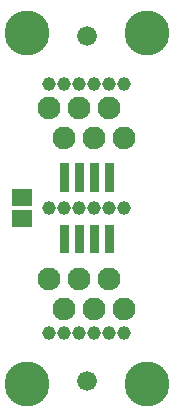
<source format=gbr>
G04 start of page 5 for group -4063 idx -4063 *
G04 Title: (unknown), componentmask *
G04 Creator: pcb 20110918 *
G04 CreationDate: Sat 02 Feb 2013 07:41:18 PM GMT UTC *
G04 For: petersen *
G04 Format: Gerber/RS-274X *
G04 PCB-Dimensions: 63000 140000 *
G04 PCB-Coordinate-Origin: lower left *
%MOIN*%
%FSLAX25Y25*%
%LNTOPMASK*%
%ADD46R,0.0572X0.0572*%
%ADD45R,0.0300X0.0300*%
%ADD44C,0.1500*%
%ADD43C,0.0660*%
%ADD42C,0.0460*%
%ADD41C,0.0760*%
G54D41*X44000Y93500D03*
X39000Y103500D03*
X34000Y93500D03*
X29000Y103500D03*
X24000Y93500D03*
X19000Y103500D03*
G54D42*X44000Y70000D03*
X39000D03*
X34000D03*
X29000D03*
X24000D03*
X19000D03*
Y28500D03*
G54D41*Y46500D03*
G54D42*X24000Y28500D03*
G54D41*Y36500D03*
X29000Y46500D03*
X34000Y36500D03*
X39000Y46500D03*
X44000Y36500D03*
G54D42*X29000Y28500D03*
G54D43*X31500Y12500D03*
G54D44*X11500Y11500D03*
X51500D03*
G54D42*X34000Y28500D03*
X39000D03*
X44000D03*
G54D44*X51500Y128500D03*
G54D43*X31500Y127500D03*
G54D44*X11500Y128500D03*
G54D42*X44000Y111500D03*
X39000D03*
X34000D03*
X29000D03*
X24000D03*
X19000D03*
G54D45*X39000Y83500D02*Y77000D01*
X34000Y83500D02*Y77000D01*
X29000Y83500D02*Y77000D01*
X24000Y63000D02*Y56500D01*
X29000Y63000D02*Y56500D01*
X34000Y63000D02*Y56500D01*
X39000Y63000D02*Y56500D01*
X24000Y83500D02*Y77000D01*
G54D46*X9607Y73543D02*X10393D01*
X9607Y66457D02*X10393D01*
M02*

</source>
